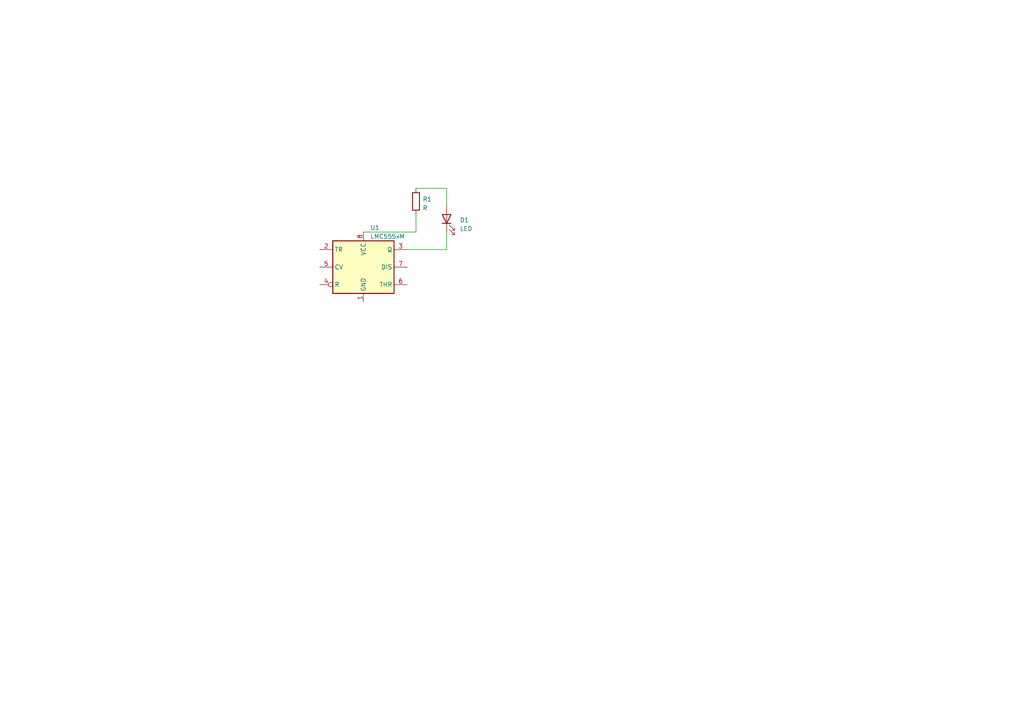
<source format=kicad_sch>
(kicad_sch (version 20231120) (generator "eeschema") (generator_version "8.0")
  (paper "A4")
  (lib_symbols
    (symbol "Device:LED" (pin_numbers hide) (pin_names (offset 1.016) hide)
      (property "Reference" "D" (at 0 2.54 0))
      (property "Value" "LED" (at 0 -2.54 0))
      (symbol "LED_0_1"
        (polyline (pts (xy -1.27 -1.27) (xy -1.27 1.27)) (stroke (width 0.254)))
        (polyline (pts (xy -1.27 0) (xy 1.27 0)))
        (polyline (pts (xy 1.27 -1.27) (xy 1.27 1.27) (xy -1.27 0) (xy 1.27 -1.27)) (stroke (width 0.254)))
        (polyline (pts (xy -3.048 -0.762) (xy -4.572 -2.286) (xy -3.81 -2.286) (xy -4.572 -2.286) (xy -4.572 -1.524)))
        (polyline (pts (xy -1.778 -0.762) (xy -3.302 -2.286) (xy -2.54 -2.286) (xy -3.302 -2.286) (xy -3.302 -1.524)))
      )
      (symbol "LED_1_1"
        (pin passive line (at -3.81 0 0) (length 2.54) (name "K") (number "1"))
        (pin passive line (at 3.81 0 180) (length 2.54) (name "A") (number "2"))
      )
    )
    (symbol "Device:R" (pin_numbers hide) (pin_names (offset 0))
      (property "Reference" "R" (at 2.032 0 90))
      (property "Value" "R" (at 0 0 90))
      (symbol "R_0_1"
        (rectangle (start -1.016 -2.54) (end 1.016 2.54) (stroke (width 0.254)))
      )
      (symbol "R_1_1"
        (pin passive line (at 0 3.81 270) (length 1.27) (name "~") (number "1"))
        (pin passive line (at 0 -3.81 90) (length 1.27) (name "~") (number "2"))
      )
    )
    (symbol "Timer:LMC555xM"
      (property "Reference" "U" (at -10.16 8.89 0))
      (property "Value" "LMC555xM" (at 2.54 8.89 0))
      (symbol "LMC555xM_0_0"
        (pin power_in line (at 0 -10.16 90) (length 2.54) (name "GND") (number "1"))
        (pin power_in line (at 0 10.16 270) (length 2.54) (name "VCC") (number "8"))
      )
      (symbol "LMC555xM_0_1"
        (rectangle (start -8.89 -7.62) (end 8.89 7.62) (stroke (width 0.254)) (fill (type background)))
        (rectangle (start -8.89 -7.62) (end 8.89 7.62) (stroke (width 0.254)) (fill (type background)))
      )
      (symbol "LMC555xM_1_1"
        (pin input line (at -12.7 5.08 0) (length 3.81) (name "TR") (number "2"))
        (pin output line (at 12.7 5.08 180) (length 3.81) (name "Q") (number "3"))
        (pin input inverted (at -12.7 -5.08 0) (length 3.81) (name "R") (number "4"))
        (pin input line (at -12.7 0 0) (length 3.81) (name "CV") (number "5"))
        (pin input line (at 12.7 -5.08 180) (length 3.81) (name "THR") (number "6"))
        (pin input line (at 12.7 0 180) (length 3.81) (name "DIS") (number "7"))
      )
    )
  )
  (wire (pts (xy 120.65 62.23) (xy 120.65 67.31)))
  (wire (pts (xy 129.54 54.61) (xy 129.54 59.69)))
  (wire (pts (xy 120.65 54.61) (xy 129.54 54.61)))
  (wire (pts (xy 120.65 67.31) (xy 105.41 67.31)))
  (wire (pts (xy 129.54 72.39) (xy 118.11 72.39)))
  (wire (pts (xy 129.54 67.31) (xy 129.54 72.39)))
  (symbol (lib_id "Device:LED") (at 129.54 63.5 90) (unit 1)
    (property "Reference" "D1" (at 133.35 63.8174 90) (effects (justify right)))
    (property "Value" "LED" (at 133.35 66.3574 90) (effects (justify right)))
    (property "Footprint" "LED_SMD:LED_0805_2012Metric" (effects (hide yes)))
    (property "Description" "Light emitting diode" (effects (hide yes)))
  )
  (symbol (lib_id "Timer:LMC555xM") (at 105.41 77.47 0) (unit 1)
    (property "Reference" "U1" (at 107.3659 66.04 0) (effects (justify left)))
    (property "Value" "LMC555xM" (at 107.3659 68.58 0) (effects (justify left)))
    (property "Footprint" "Package_SO:SOIC-8_3.9x4.9mm_P1.27mm" (effects (hide yes)))
    (property "Datasheet" "http://www.ti.com/lit/ds/symlink/lmc555.pdf" (effects (hide yes)))
  )
  (symbol (lib_id "Device:R") (at 120.65 58.42 0) (unit 1)
    (property "Reference" "R1" (at 122.555 57.785 0) (effects (justify left)))
    (property "Value" "R" (at 122.555 60.325 0) (effects (justify left)))
    (property "Footprint" "Resistor_SMD:R_0805_2012Metric" (effects (hide yes)))
  )
)
</source>
